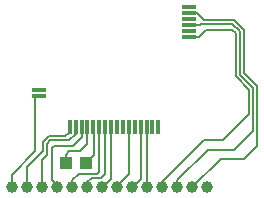
<source format=gtl>
G04 DipTrace 3.3.1.1*
G04 Top.gtl*
%MOMM*%
G04 #@! TF.FileFunction,Copper,L1,Top*
G04 #@! TF.Part,Single*
G04 #@! TA.AperFunction,Conductor*
%ADD13C,0.1778*%
%ADD16R,1.1X1.0*%
G04 #@! TA.AperFunction,ComponentPad*
%ADD17C,0.37*%
%ADD18C,1.0*%
%ADD19R,1.0X0.37*%
%ADD20R,0.37X1.0*%
G04 #@! TA.AperFunction,ViaPad*
%ADD21C,0.37*%
%FSLAX35Y35*%
G04*
G71*
G90*
G75*
G01*
G04 Top*
%LPD*%
X2820000Y3590000D2*
D13*
Y3615000D1*
X2920000D2*
Y3608000D1*
Y3590000D1*
X3070000Y3591000D2*
Y3615000D1*
X3120000Y3592000D2*
Y3615000D1*
X2083000Y3936000D2*
X2099000D1*
X2100000Y3935000D1*
X3390000Y4435000D2*
X3415000D1*
X3390000Y4535000D2*
X3414000D1*
X3390000Y4635000D2*
X3410000D1*
X3025760Y3108423D2*
Y3165490D1*
X3019987Y3171263D1*
Y3591000D1*
X3020000D1*
Y3615000D1*
X2898760Y3108423D2*
X2902050D1*
X2969987Y3176360D1*
Y3591000D1*
X2970000D1*
Y3615000D1*
X2771760Y3108423D2*
Y3121007D1*
X2869987Y3219233D1*
Y3590000D1*
X2870000D1*
Y3615000D1*
X2644760Y3108423D2*
X2648047D1*
X2719987Y3180363D1*
Y3590000D1*
X2720000D1*
Y3615000D1*
X2517760Y3108423D2*
Y3152760D1*
X2555877Y3190877D1*
X2635253D1*
X2669987Y3225610D1*
Y3591000D1*
X2670000D1*
Y3615000D1*
X2390760Y3108423D2*
Y3168637D1*
X2444750Y3222627D1*
X2603503D1*
X2619987Y3239110D1*
Y3591000D1*
X2620000D1*
Y3615000D1*
Y3590000D2*
X2619987Y3591000D1*
X2620000Y3590000D2*
Y3615000D1*
X2263760Y3108423D2*
Y3133740D1*
X2222500Y3175000D1*
Y3444873D1*
X2238377Y3460750D1*
X2397123D1*
X2469987Y3533613D1*
Y3591000D1*
X2470000D1*
Y3615000D1*
X2136760Y3108423D2*
Y3343260D1*
X2174873Y3381373D1*
Y3476620D1*
X2206627Y3508373D1*
X2365373D1*
X2419987Y3562987D1*
Y3591000D1*
X2420000D1*
Y3615000D1*
X1882760Y3108423D2*
Y3216257D1*
X2079627Y3413123D1*
Y3885000D1*
X2100000D1*
X2084000D2*
X2079627D1*
X2084000D2*
X2100000D1*
X3152760Y3108423D2*
Y3152760D1*
X3508373Y3508373D1*
X3667120D1*
X3889373Y3730627D1*
Y3937003D1*
X3778250Y4048127D1*
Y4413250D1*
X3746500Y4445000D1*
X3524250D1*
X3464770Y4385520D1*
X3415000D1*
Y4385000D1*
X3390000D1*
Y4585000D2*
X3412000D1*
X3447747D1*
X3508373Y4524373D1*
X3762377D1*
X3841750Y4445000D1*
Y4079873D1*
X3952873Y3968750D1*
Y3460750D1*
X3841750Y3349627D1*
X3647963D1*
X3406760Y3108423D1*
X3412000Y4585000D2*
D3*
X3390000Y4485000D2*
X3414000D1*
X3469000D1*
X3476627Y4492627D1*
X3746500D1*
X3810000Y4429127D1*
Y4064000D1*
X3921127Y3952873D1*
Y3587753D1*
X3762373Y3429000D1*
X3540123D1*
X3279760Y3168637D1*
Y3108423D1*
X3414000Y4485000D2*
D3*
X2770000Y3591000D2*
Y3615000D1*
X2338250Y3317873D2*
Y3386003D1*
X2365373Y3413127D1*
X2460627D1*
X2519987Y3472487D1*
Y3590000D1*
X2520000D1*
Y3615000D1*
X2508250Y3317873D2*
X2571750Y3381373D1*
Y3590000D1*
Y3613250D1*
X2570000Y3615000D1*
Y3590000D2*
X2571750D1*
X2570000D2*
Y3615000D1*
X2009760Y3108423D2*
Y3279760D1*
X2143123Y3413123D1*
Y3492500D1*
X2190750Y3540127D1*
X2333627D1*
X2363223Y3569723D1*
X2370000Y3576500D1*
Y3615000D1*
Y3590000D2*
X2363223Y3569723D1*
X2370000Y3590000D2*
Y3615000D1*
D21*
X2083000Y3936000D3*
X2084000Y3885000D3*
X2370000Y3590000D3*
X2420000Y3591000D3*
X2470000D3*
X2520000Y3590000D3*
X2570000D3*
X2620000D3*
X2670000Y3591000D3*
X2720000Y3590000D3*
X2770000Y3591000D3*
X2820000Y3590000D3*
X2870000D3*
X2920000D3*
X2970000Y3591000D3*
X3020000D3*
X3070000D3*
X3120000Y3592000D3*
X3410000Y4635000D3*
X3412000Y4585000D3*
X3414000Y4535000D3*
Y4485000D3*
X3415000Y4435000D3*
Y4385000D3*
D16*
X2508250Y3317873D3*
X2338250D3*
D17*
X2150000Y3935000D3*
Y3885000D3*
X2370250Y3663750D3*
X2420250D3*
X2470250D3*
X2520250D3*
X2570250D3*
X2620250D3*
X2670250Y3663777D3*
X2720250Y3663750D3*
X2770250D3*
X2820250D3*
X2870250D3*
X2920250Y3663777D3*
D18*
X3533760Y3108423D3*
X3406760D3*
X3279760D3*
X3152760D3*
X3025760D3*
X2898760D3*
X2771760D3*
X2644760D3*
X2517760D3*
X2390760D3*
X2263760D3*
X2136760D3*
X2009760D3*
X1882760D3*
D17*
X2970250Y3663750D3*
X3020250D3*
X3070250D3*
X3120250D3*
X3339000Y4385000D3*
Y4435000D3*
Y4485000D3*
Y4535000D3*
Y4585000D3*
Y4635000D3*
D19*
X2100000Y3935000D3*
Y3885000D3*
D20*
X2370000Y3615000D3*
X2420000D3*
X2470000D3*
X2520000D3*
X2570000D3*
X2620000D3*
X2670000D3*
X2720000D3*
X2770000D3*
X2820000D3*
X2870000D3*
X2920000D3*
X2970000D3*
X3020000D3*
X3070000D3*
X3120000D3*
D19*
X3390000Y4385000D3*
Y4435000D3*
Y4485000D3*
Y4535000D3*
Y4585000D3*
Y4635000D3*
M02*

</source>
